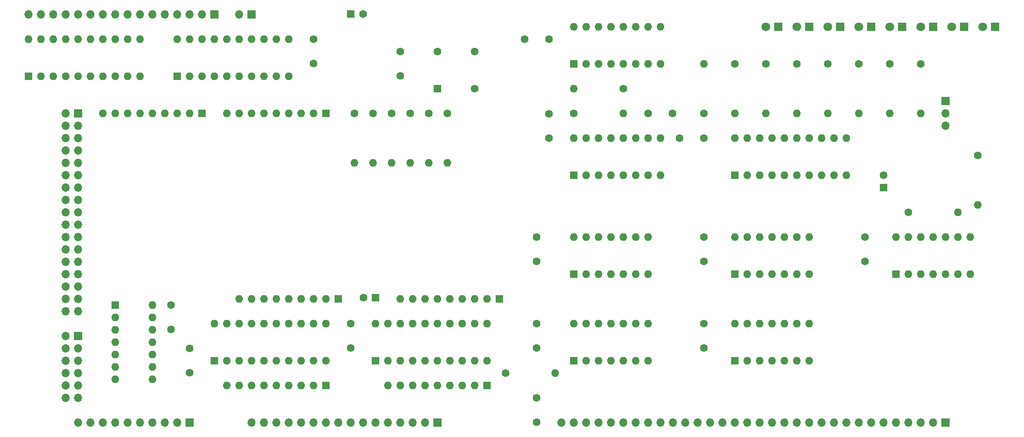
<source format=gts>
G04 #@! TF.GenerationSoftware,KiCad,Pcbnew,(7.0.0)*
G04 #@! TF.CreationDate,2023-09-24T18:00:44-07:00*
G04 #@! TF.ProjectId,interface_clock,696e7465-7266-4616-9365-5f636c6f636b,rev?*
G04 #@! TF.SameCoordinates,Original*
G04 #@! TF.FileFunction,Soldermask,Top*
G04 #@! TF.FilePolarity,Negative*
%FSLAX46Y46*%
G04 Gerber Fmt 4.6, Leading zero omitted, Abs format (unit mm)*
G04 Created by KiCad (PCBNEW (7.0.0)) date 2023-09-24 18:00:44*
%MOMM*%
%LPD*%
G01*
G04 APERTURE LIST*
%ADD10C,1.600000*%
%ADD11R,1.700000X1.700000*%
%ADD12O,1.700000X1.700000*%
%ADD13R,1.600000X1.600000*%
%ADD14O,1.600000X1.600000*%
%ADD15R,1.800000X1.800000*%
%ADD16C,1.800000*%
G04 APERTURE END LIST*
D10*
X157480000Y-106680000D03*
X157480000Y-111680000D03*
X224790000Y-106680000D03*
X224790000Y-111680000D03*
X86360000Y-129540000D03*
X86360000Y-134540000D03*
X111760000Y-66040000D03*
X111760000Y-71040000D03*
X160020000Y-86360000D03*
X160020000Y-81360000D03*
D11*
X241299999Y-144779999D03*
D12*
X238759999Y-144779999D03*
X236219999Y-144779999D03*
X233679999Y-144779999D03*
X231139999Y-144779999D03*
X228599999Y-144779999D03*
X226059999Y-144779999D03*
X223519999Y-144779999D03*
X220979999Y-144779999D03*
X218439999Y-144779999D03*
X215899999Y-144779999D03*
X213359999Y-144779999D03*
X210819999Y-144779999D03*
X208279999Y-144779999D03*
X205739999Y-144779999D03*
X203199999Y-144779999D03*
X200659999Y-144779999D03*
X198119999Y-144779999D03*
X195579999Y-144779999D03*
X193039999Y-144779999D03*
X190499999Y-144779999D03*
X187959999Y-144779999D03*
X185419999Y-144779999D03*
X182879999Y-144779999D03*
X180339999Y-144779999D03*
X177799999Y-144779999D03*
X175259999Y-144779999D03*
X172719999Y-144779999D03*
X170179999Y-144779999D03*
X167639999Y-144779999D03*
X165099999Y-144779999D03*
X162559999Y-144779999D03*
D11*
X86359999Y-144779999D03*
D12*
X83819999Y-144779999D03*
X81279999Y-144779999D03*
X78739999Y-144779999D03*
X76199999Y-144779999D03*
X73659999Y-144779999D03*
X71119999Y-144779999D03*
X68579999Y-144779999D03*
X66039999Y-144779999D03*
X63499999Y-144779999D03*
D11*
X137159999Y-144779999D03*
D12*
X134619999Y-144779999D03*
X132079999Y-144779999D03*
X129539999Y-144779999D03*
X126999999Y-144779999D03*
X124459999Y-144779999D03*
X121919999Y-144779999D03*
X119379999Y-144779999D03*
X116839999Y-144779999D03*
X114299999Y-144779999D03*
X111759999Y-144779999D03*
X109219999Y-144779999D03*
X106679999Y-144779999D03*
X104139999Y-144779999D03*
X101599999Y-144779999D03*
X99059999Y-144779999D03*
D13*
X114299999Y-137159999D03*
D14*
X111759999Y-137159999D03*
X109219999Y-137159999D03*
X106679999Y-137159999D03*
X104139999Y-137159999D03*
X101599999Y-137159999D03*
X99059999Y-137159999D03*
X96519999Y-137159999D03*
X93979999Y-137159999D03*
D13*
X147319999Y-137159999D03*
D14*
X144779999Y-137159999D03*
X142239999Y-137159999D03*
X139699999Y-137159999D03*
X137159999Y-137159999D03*
X134619999Y-137159999D03*
X132079999Y-137159999D03*
X129539999Y-137159999D03*
X126999999Y-137159999D03*
D13*
X149859999Y-119379999D03*
D14*
X147319999Y-119379999D03*
X144779999Y-119379999D03*
X142239999Y-119379999D03*
X139699999Y-119379999D03*
X137159999Y-119379999D03*
X134619999Y-119379999D03*
X132079999Y-119379999D03*
X129539999Y-119379999D03*
D13*
X116839999Y-119379999D03*
D14*
X114299999Y-119379999D03*
X111759999Y-119379999D03*
X109219999Y-119379999D03*
X106679999Y-119379999D03*
X104139999Y-119379999D03*
X101599999Y-119379999D03*
X99059999Y-119379999D03*
X96519999Y-119379999D03*
D13*
X137159999Y-76199999D03*
D10*
X144780000Y-76200000D03*
X144780000Y-68580000D03*
X137160000Y-68580000D03*
D13*
X198119999Y-114299999D03*
D14*
X200659999Y-114299999D03*
X203199999Y-114299999D03*
X205739999Y-114299999D03*
X208279999Y-114299999D03*
X210819999Y-114299999D03*
X213359999Y-114299999D03*
X213359999Y-106679999D03*
X210819999Y-106679999D03*
X208279999Y-106679999D03*
X205739999Y-106679999D03*
X203199999Y-106679999D03*
X200659999Y-106679999D03*
X198119999Y-106679999D03*
D13*
X198119999Y-132079999D03*
D14*
X200659999Y-132079999D03*
X203199999Y-132079999D03*
X205739999Y-132079999D03*
X208279999Y-132079999D03*
X210819999Y-132079999D03*
X213359999Y-132079999D03*
X213359999Y-124459999D03*
X210819999Y-124459999D03*
X208279999Y-124459999D03*
X205739999Y-124459999D03*
X203199999Y-124459999D03*
X200659999Y-124459999D03*
X198119999Y-124459999D03*
D10*
X191770000Y-111680000D03*
X191770000Y-106680000D03*
X191770000Y-124460000D03*
X191770000Y-129460000D03*
D13*
X165099999Y-114299999D03*
D14*
X167639999Y-114299999D03*
X170179999Y-114299999D03*
X172719999Y-114299999D03*
X175259999Y-114299999D03*
X177799999Y-114299999D03*
X180339999Y-114299999D03*
X180339999Y-106679999D03*
X177799999Y-106679999D03*
X175259999Y-106679999D03*
X172719999Y-106679999D03*
X170179999Y-106679999D03*
X167639999Y-106679999D03*
X165099999Y-106679999D03*
D13*
X231139999Y-114299999D03*
D14*
X233679999Y-114299999D03*
X236219999Y-114299999D03*
X238759999Y-114299999D03*
X241299999Y-114299999D03*
X243839999Y-114299999D03*
X246379999Y-114299999D03*
X246379999Y-106679999D03*
X243839999Y-106679999D03*
X241299999Y-106679999D03*
X238759999Y-106679999D03*
X236219999Y-106679999D03*
X233679999Y-106679999D03*
X231139999Y-106679999D03*
D13*
X124459999Y-132079999D03*
D14*
X126999999Y-132079999D03*
X129539999Y-132079999D03*
X132079999Y-132079999D03*
X134619999Y-132079999D03*
X137159999Y-132079999D03*
X139699999Y-132079999D03*
X142239999Y-132079999D03*
X144779999Y-132079999D03*
X147319999Y-132079999D03*
X147319999Y-124459999D03*
X144779999Y-124459999D03*
X142239999Y-124459999D03*
X139699999Y-124459999D03*
X137159999Y-124459999D03*
X134619999Y-124459999D03*
X132079999Y-124459999D03*
X129539999Y-124459999D03*
X126999999Y-124459999D03*
X124459999Y-124459999D03*
D13*
X165099999Y-93979999D03*
D14*
X167639999Y-93979999D03*
X170179999Y-93979999D03*
X172719999Y-93979999D03*
X175259999Y-93979999D03*
X177799999Y-93979999D03*
X180339999Y-93979999D03*
X182879999Y-93979999D03*
X182879999Y-86359999D03*
X180339999Y-86359999D03*
X177799999Y-86359999D03*
X175259999Y-86359999D03*
X172719999Y-86359999D03*
X170179999Y-86359999D03*
X167639999Y-86359999D03*
X165099999Y-86359999D03*
D10*
X119380000Y-124460000D03*
X119380000Y-129460000D03*
X157480000Y-124460000D03*
X157480000Y-129460000D03*
X191770000Y-81280000D03*
D14*
X191769999Y-71119999D03*
D10*
X120142000Y-81280000D03*
D14*
X120141999Y-91439999D03*
D10*
X123952000Y-81280000D03*
D14*
X123951999Y-91439999D03*
D10*
X127762000Y-81280000D03*
D14*
X127761999Y-91439999D03*
D10*
X131572000Y-81280000D03*
D14*
X131571999Y-91439999D03*
D10*
X135382000Y-81280000D03*
D14*
X135381999Y-91439999D03*
D10*
X139192000Y-81280000D03*
D14*
X139191999Y-91439999D03*
D13*
X165099999Y-132079999D03*
D14*
X167639999Y-132079999D03*
X170179999Y-132079999D03*
X172719999Y-132079999D03*
X175259999Y-132079999D03*
X177799999Y-132079999D03*
X180339999Y-132079999D03*
X180339999Y-124459999D03*
X177799999Y-124459999D03*
X175259999Y-124459999D03*
X172719999Y-124459999D03*
X170179999Y-124459999D03*
X167639999Y-124459999D03*
X165099999Y-124459999D03*
D10*
X191770000Y-86360000D03*
X186770000Y-86360000D03*
D15*
X207009999Y-63499999D03*
D16*
X204470000Y-63500000D03*
D15*
X213359999Y-63499999D03*
D16*
X210820000Y-63500000D03*
D15*
X219709999Y-63499999D03*
D16*
X217170000Y-63500000D03*
D15*
X226059999Y-63499999D03*
D16*
X223520000Y-63500000D03*
D15*
X232409999Y-63499999D03*
D16*
X229870000Y-63500000D03*
D15*
X238759999Y-63499999D03*
D16*
X236220000Y-63500000D03*
D10*
X198120000Y-71120000D03*
D14*
X198119999Y-81279999D03*
D10*
X204470000Y-71120000D03*
D14*
X204469999Y-81279999D03*
D10*
X210820000Y-71120000D03*
D14*
X210819999Y-81279999D03*
D10*
X217170000Y-71120000D03*
D14*
X217169999Y-81279999D03*
D10*
X223520000Y-71120000D03*
D14*
X223519999Y-81279999D03*
D10*
X229870000Y-71120000D03*
D14*
X229869999Y-81279999D03*
D13*
X198119999Y-93979999D03*
D14*
X200659999Y-93979999D03*
X203199999Y-93979999D03*
X205739999Y-93979999D03*
X208279999Y-93979999D03*
X210819999Y-93979999D03*
X213359999Y-93979999D03*
X215899999Y-93979999D03*
X218439999Y-93979999D03*
X220979999Y-93979999D03*
X220979999Y-86359999D03*
X218439999Y-86359999D03*
X215899999Y-86359999D03*
X213359999Y-86359999D03*
X210819999Y-86359999D03*
X208279999Y-86359999D03*
X205739999Y-86359999D03*
X203199999Y-86359999D03*
X200659999Y-86359999D03*
X198119999Y-86359999D03*
D10*
X82550000Y-120650000D03*
X82550000Y-125650000D03*
D13*
X71119999Y-120649999D03*
D14*
X71119999Y-123189999D03*
X71119999Y-125729999D03*
X71119999Y-128269999D03*
X71119999Y-130809999D03*
X71119999Y-133349999D03*
X71119999Y-135889999D03*
X78739999Y-135889999D03*
X78739999Y-133349999D03*
X78739999Y-130809999D03*
X78739999Y-128269999D03*
X78739999Y-125729999D03*
X78739999Y-123189999D03*
X78739999Y-120649999D03*
D15*
X245109999Y-63499999D03*
D16*
X242570000Y-63500000D03*
D15*
X251459999Y-63499999D03*
D16*
X248920000Y-63500000D03*
D10*
X236220000Y-71120000D03*
D14*
X236219999Y-81279999D03*
D10*
X165100000Y-81280000D03*
D14*
X175259999Y-81279999D03*
D10*
X247904000Y-89916000D03*
D14*
X247903999Y-100075999D03*
D10*
X180340000Y-81280000D03*
X185340000Y-81280000D03*
X233680000Y-101600000D03*
D14*
X243839999Y-101599999D03*
D10*
X160020000Y-66040000D03*
X155020000Y-66040000D03*
X157480000Y-139700000D03*
X157480000Y-144700000D03*
D13*
X165099999Y-71119999D03*
D14*
X167639999Y-71119999D03*
X170179999Y-71119999D03*
X172719999Y-71119999D03*
X175259999Y-71119999D03*
X177799999Y-71119999D03*
X180339999Y-71119999D03*
X182879999Y-71119999D03*
X182879999Y-63499999D03*
X180339999Y-63499999D03*
X177799999Y-63499999D03*
X175259999Y-63499999D03*
X172719999Y-63499999D03*
X170179999Y-63499999D03*
X167639999Y-63499999D03*
X165099999Y-63499999D03*
D10*
X151130000Y-134620000D03*
D14*
X161289999Y-134619999D03*
D13*
X91439999Y-132079999D03*
D14*
X93979999Y-132079999D03*
X96519999Y-132079999D03*
X99059999Y-132079999D03*
X101599999Y-132079999D03*
X104139999Y-132079999D03*
X106679999Y-132079999D03*
X109219999Y-132079999D03*
X111759999Y-132079999D03*
X114299999Y-132079999D03*
X114299999Y-124459999D03*
X111759999Y-124459999D03*
X109219999Y-124459999D03*
X106679999Y-124459999D03*
X104139999Y-124459999D03*
X101599999Y-124459999D03*
X99059999Y-124459999D03*
X96519999Y-124459999D03*
X93979999Y-124459999D03*
X91439999Y-124459999D03*
D10*
X175260000Y-76200000D03*
D14*
X165099999Y-76199999D03*
D13*
X114299999Y-81279999D03*
D14*
X111759999Y-81279999D03*
X109219999Y-81279999D03*
X106679999Y-81279999D03*
X104139999Y-81279999D03*
X101599999Y-81279999D03*
X99059999Y-81279999D03*
X96519999Y-81279999D03*
X93979999Y-81279999D03*
D13*
X228599999Y-96519999D03*
D10*
X228600000Y-94020000D03*
D13*
X88899999Y-81279999D03*
D14*
X86359999Y-81279999D03*
X83819999Y-81279999D03*
X81279999Y-81279999D03*
X78739999Y-81279999D03*
X76199999Y-81279999D03*
X73659999Y-81279999D03*
X71119999Y-81279999D03*
X68579999Y-81279999D03*
D11*
X91439999Y-60959999D03*
D12*
X88899999Y-60959999D03*
X86359999Y-60959999D03*
X83819999Y-60959999D03*
X81279999Y-60959999D03*
X78739999Y-60959999D03*
X76199999Y-60959999D03*
X73659999Y-60959999D03*
X71119999Y-60959999D03*
X68579999Y-60959999D03*
X66039999Y-60959999D03*
X63499999Y-60959999D03*
X60959999Y-60959999D03*
X58419999Y-60959999D03*
X55879999Y-60959999D03*
X53339999Y-60959999D03*
D11*
X241299999Y-78739999D03*
D12*
X241299999Y-81279999D03*
X241299999Y-83819999D03*
D13*
X124459999Y-119125999D03*
D10*
X121960000Y-119126000D03*
D13*
X83824999Y-73649999D03*
D14*
X86364999Y-73649999D03*
X88904999Y-73649999D03*
X91444999Y-73649999D03*
X93984999Y-73649999D03*
X96524999Y-73649999D03*
X99064999Y-73649999D03*
X101604999Y-73649999D03*
X104144999Y-73649999D03*
X106684999Y-73649999D03*
X106684999Y-66029999D03*
X104144999Y-66029999D03*
X101604999Y-66029999D03*
X99064999Y-66029999D03*
X96524999Y-66029999D03*
X93984999Y-66029999D03*
X91444999Y-66029999D03*
X88904999Y-66029999D03*
X86364999Y-66029999D03*
X83824999Y-66029999D03*
D11*
X63499999Y-126999999D03*
D12*
X60959999Y-126999999D03*
X63499999Y-129539999D03*
X60959999Y-129539999D03*
X63499999Y-132079999D03*
X60959999Y-132079999D03*
X63499999Y-134619999D03*
X60959999Y-134619999D03*
X63499999Y-137159999D03*
X60959999Y-137159999D03*
X63499999Y-139699999D03*
X60959999Y-139699999D03*
D10*
X129540000Y-68580000D03*
X129540000Y-73580000D03*
D13*
X119379999Y-60919999D03*
D10*
X121880000Y-60920000D03*
D11*
X63499999Y-81279999D03*
D12*
X60959999Y-81279999D03*
X63499999Y-83819999D03*
X60959999Y-83819999D03*
X63499999Y-86359999D03*
X60959999Y-86359999D03*
X63499999Y-88899999D03*
X60959999Y-88899999D03*
X63499999Y-91439999D03*
X60959999Y-91439999D03*
X63499999Y-93979999D03*
X60959999Y-93979999D03*
X63499999Y-96519999D03*
X60959999Y-96519999D03*
X63499999Y-99059999D03*
X60959999Y-99059999D03*
X63499999Y-101599999D03*
X60959999Y-101599999D03*
X63499999Y-104139999D03*
X60959999Y-104139999D03*
X63499999Y-106679999D03*
X60959999Y-106679999D03*
X63499999Y-109219999D03*
X60959999Y-109219999D03*
X63499999Y-111759999D03*
X60959999Y-111759999D03*
X63499999Y-114299999D03*
X60959999Y-114299999D03*
X63499999Y-116839999D03*
X60959999Y-116839999D03*
X63499999Y-119379999D03*
X60959999Y-119379999D03*
X63499999Y-121919999D03*
X60959999Y-121919999D03*
D11*
X99059999Y-60959999D03*
D12*
X96519999Y-60959999D03*
D13*
X53344999Y-73649999D03*
D14*
X55884999Y-73649999D03*
X58424999Y-73649999D03*
X60964999Y-73649999D03*
X63504999Y-73649999D03*
X66044999Y-73649999D03*
X68584999Y-73649999D03*
X71124999Y-73649999D03*
X73664999Y-73649999D03*
X76204999Y-73649999D03*
X76204999Y-66029999D03*
X73664999Y-66029999D03*
X71124999Y-66029999D03*
X68584999Y-66029999D03*
X66044999Y-66029999D03*
X63504999Y-66029999D03*
X60964999Y-66029999D03*
X58424999Y-66029999D03*
X55884999Y-66029999D03*
X53344999Y-66029999D03*
M02*

</source>
